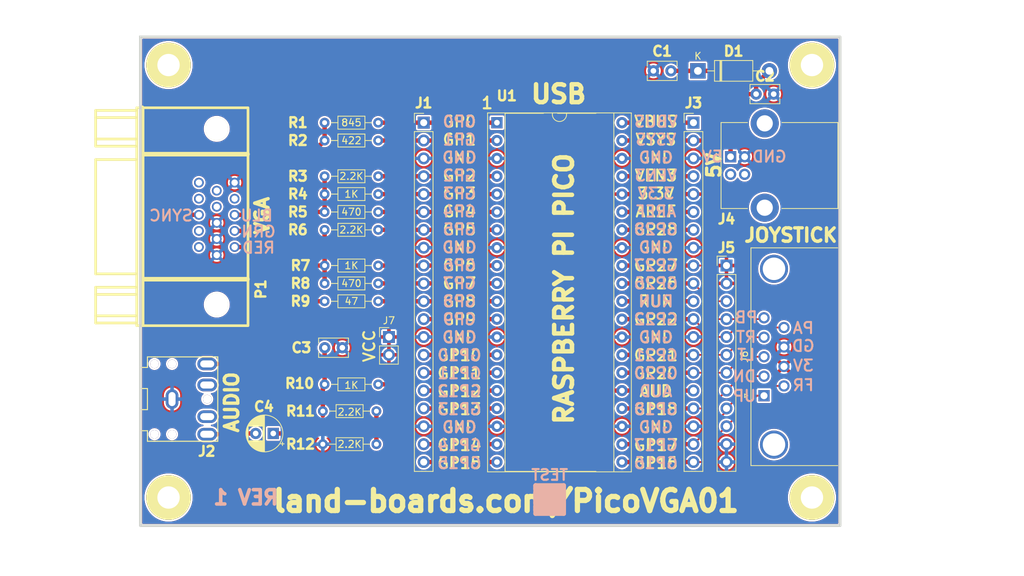
<source format=kicad_pcb>
(kicad_pcb (version 20211014) (generator pcbnew)
  (title_block (title "PicoVGA") (date "2022-07-16") (rev "1") (company "Land Boards, LLC"))
  (layers (0 "F.Cu" signal "Front") (31 "B.Cu" signal "Back") (36 "B.SilkS" user "B.Silkscreen") (37 "F.SilkS" user "F.Silkscreen") (38 "B.Mask" user) (39 "F.Mask" user) (44 "Edge.Cuts" user))
  (net 0 "")
  (net 1 "GND")
  (net 2 "/R4")
  (net 3 "/R3")
  (net 4 "/R2")
  (net 5 "/G5")
  (net 6 "/G4")
  (net 7 "/G3")
  (net 8 "/B4")
  (net 9 "/B3")
  (net 10 "/HS")
  (net 11 "Net-(C3-Pad1)")
  (net 12 "/AUDIO")
  (net 23 "/USB5V")
  (net 24 "/VSYS")
  (net 27 "/VBUS")
  (net 29 "Net-(C4-Pad1)")
  (net 30 "Net-(C4-Pad2)")
  (net 31 "/GP9")
  (net 32 "/GP10")
  (net 33 "/GP11")
  (net 34 "/GP12")
  (net 35 "/GP13")
  (net 36 "/GP14")
  (net 37 "/GP15")
  (net 38 "/VEN3")
  (net 39 "+3V3")
  (net 40 "/ADCREF")
  (net 41 "/GP28")
  (net 42 "/GP27")
  (net 43 "/GP26")
  (net 44 "/RUN")
  (net 45 "/GP22")
  (net 46 "/GP21")
  (net 47 "/GP20")
  (net 48 "/GP18")
  (net 49 "/GP17")
  (net 50 "/GP16")
  (net 51 "/RED")
  (net 52 "/GRN")
  (net 53 "/BLU")
  (net 54 "/CSY")
  (footprint "MTG-4-40" (layer "F.Cu") (at 79.406 154.906)
    (fp_text reference "MTG3" hide)
    (fp_text value "CONN_1" hide)
    (pad "1" thru_hole circle locked (at 0 0) (size 6.35 6.35) (drill 3.175) (layers *.Cu *.Mask "F.SilkS"))
  )
  (footprint "MTG-4-40" (layer "F.Cu") (at 170.906 154.906)
    (fp_text reference "MTG4" hide)
    (fp_text value "CONN_1" hide)
    (pad "1" thru_hole circle locked (at 0 0) (size 6.35 6.35) (drill 3.175) (layers *.Cu *.Mask "F.SilkS"))
  )
  (footprint "MTG-4-40" (layer "F.Cu") (at 170.906 93.406)
    (fp_text reference "MTG2" hide)
    (fp_text value "CONN_1" hide)
    (pad "1" thru_hole circle locked (at 0 0) (size 6.35 6.35) (drill 3.175) (layers *.Cu *.Mask "F.SilkS"))
  )
  (footprint "MTG-4-40" (layer "F.Cu") (at 79.406 93.406)
    (fp_text reference "MTG1" hide)
    (fp_text value "CONN_1" hide)
    (pad "1" thru_hole circle locked (at 0 0) (size 6.35 6.35) (drill 3.175) (layers *.Cu *.Mask "F.SilkS"))
  )
  (footprint "Connector_PinHeader_2.54mm:PinHeader_1x20_P2.54mm_Vertical" (layer "F.Cu") (at 115.692 101.6)
    (fp_text reference "J1" (at 0 -2.794) (layer "F.SilkS") (effects (font (size 1.397 1.397) (thickness 0.381))))
    (fp_text value "Conn_01x20")
    (pad "1" thru_hole rect (at 0 0) (size 1.7 1.7) (drill 1) (layers *.Cu *.Mask) (net 9 "/B3"))
    (pad "2" thru_hole oval (at 0 2.54) (size 1.7 1.7) (drill 1) (layers *.Cu *.Mask) (net 8 "/B4"))
    (pad "3" thru_hole oval (at 0 5.08) (size 1.7 1.7) (drill 1) (layers *.Cu *.Mask) (net 1 "GND"))
    (pad "4" thru_hole oval (at 0 7.62) (size 1.7 1.7) (drill 1) (layers *.Cu *.Mask) (net 7 "/G3"))
    (pad "5" thru_hole oval (at 0 10.16) (size 1.7 1.7) (drill 1) (layers *.Cu *.Mask) (net 6 "/G4"))
    (pad "6" thru_hole oval (at 0 12.7) (size 1.7 1.7) (drill 1) (layers *.Cu *.Mask) (net 5 "/G5"))
    (pad "7" thru_hole oval (at 0 15.24) (size 1.7 1.7) (drill 1) (layers *.Cu *.Mask) (net 4 "/R2"))
    (pad "8" thru_hole oval (at 0 17.78) (size 1.7 1.7) (drill 1) (layers *.Cu *.Mask) (net 1 "GND"))
    (pad "9" thru_hole oval (at 0 20.32) (size 1.7 1.7) (drill 1) (layers *.Cu *.Mask) (net 3 "/R3"))
    (pad "10" thru_hole oval (at 0 22.86) (size 1.7 1.7) (drill 1) (layers *.Cu *.Mask) (net 2 "/R4"))
    (pad "11" thru_hole oval (at 0 25.4) (size 1.7 1.7) (drill 1) (layers *.Cu *.Mask) (net 10 "/HS"))
    (pad "12" thru_hole oval (at 0 27.94) (size 1.7 1.7) (drill 1) (layers *.Cu *.Mask) (net 31 "/GP9"))
    (pad "13" thru_hole oval (at 0 30.48) (size 1.7 1.7) (drill 1) (layers *.Cu *.Mask) (net 1 "GND"))
    (pad "14" thru_hole oval (at 0 33.02) (size 1.7 1.7) (drill 1) (layers *.Cu *.Mask) (net 32 "/GP10"))
    (pad "15" thru_hole oval (at 0 35.56) (size 1.7 1.7) (drill 1) (layers *.Cu *.Mask) (net 33 "/GP11"))
    (pad "16" thru_hole oval (at 0 38.1) (size 1.7 1.7) (drill 1) (layers *.Cu *.Mask) (net 34 "/GP12"))
    (pad "17" thru_hole oval (at 0 40.64) (size 1.7 1.7) (drill 1) (layers *.Cu *.Mask) (net 35 "/GP13"))
    (pad "18" thru_hole oval (at 0 43.18) (size 1.7 1.7) (drill 1) (layers *.Cu *.Mask) (net 1 "GND"))
    (pad "19" thru_hole oval (at 0 45.72) (size 1.7 1.7) (drill 1) (layers *.Cu *.Mask) (net 36 "/GP14"))
    (pad "20" thru_hole oval (at 0 48.26) (size 1.7 1.7) (drill 1) (layers *.Cu *.Mask) (net 37 "/GP15"))
  )
  (footprint "LandBoards_Conns:DB_15F-VGA-fixed" (layer "F.Cu") (at 82.25175 114.97325 -90)
    (fp_text reference "P1" (at 10.3124 -10.287 90) (layer "F.SilkS") (effects (font (size 1.397 1.397) (thickness 0.381))))
    (fp_text value "VGA" hide)
    (fp_text user "RASPBERRY PI PICO" (at 10.24875 -53.38425 90) (layer "F.SilkS") (effects (font (size 2.54 2.54) (thickness 0.635))))
    (fp_text user "5V" (at -7.27725 -74.72025 90) (layer "F.SilkS") (effects (font (size 1.905 1.905) (thickness 0.47625))))
    (fp_text user "USB" (at -17.43725 -52.62225 180) (layer "F.SilkS") (effects (font (size 2.54 2.54) (thickness 0.635))))
    (fp_text user "VGA" (at -0.16525 -10.45825 90) (layer "F.SilkS") (effects (font (size 1.905 1.905) (thickness 0.47625))))
    (fp_text user "AUDIO" (at 26.37775 -6.14025 90) (layer "F.SilkS") (effects (font (size 1.905 1.905) (thickness 0.47625))))
    (fp_text user "JOYSTICK" (at 2.62875 -85.64225 180) (layer "F.SilkS") (effects (font (size 1.905 1.905) (thickness 0.47625))))
    (pad "" np_thru_hole circle locked (at -12.49426 -4.01066 270) (size 3.2 3.2) (drill 3.2) (layers *.Cu *.Mask "F.SilkS"))
    (pad "" np_thru_hole circle locked (at 12.49426 -4.01066 270) (size 3.2 3.2) (drill 3.2) (layers *.Cu *.Mask "F.SilkS"))
    (pad "1" thru_hole circle locked (at 4.31038 -6.55066 270) (size 1.397 1.397) (drill 0.9144) (layers *.Cu *.Mask) (net 51 "/RED"))
    (pad "2" thru_hole circle locked (at 2.0193 -6.55066 270) (size 1.397 1.397) (drill 0.9144) (layers *.Cu *.Mask) (net 52 "/GRN"))
    (pad "3" thru_hole circle locked (at -0.2667 -6.55066 270) (size 1.397 1.397) (drill 0.889) (layers *.Cu *.Mask) (net 53 "/BLU"))
    (pad "4" thru_hole circle locked (at -2.56032 -6.55066 270) (size 1.397 1.397) (drill 0.9144) (layers *.Cu *.Mask))
    (pad "5" thru_hole circle locked (at -4.84886 -6.55066 270) (size 1.397 1.397) (drill 0.9144) (layers *.Cu *.Mask) (net 1 "GND"))
    (pad "6" thru_hole circle locked (at 5.45592 -4.01066 270) (size 1.397 1.397) (drill 0.9144) (layers *.Cu *.Mask) (net 1 "GND"))
    (pad "7" thru_hole circle locked (at 3.16484 -4.01066 270) (size 1.397 1.397) (drill 0.9144) (layers *.Cu *.Mask) (net 1 "GND"))
    (pad "8" thru_hole circle locked (at 0.87376 -4.01066 270) (size 1.397 1.397) (drill 0.9144) (layers *.Cu *.Mask) (net 1 "GND"))
    (pad "9" thru_hole circle locked (at -1.41478 -4.01066 270) (size 1.397 1.397) (drill 0.9144) (layers *.Cu *.Mask))
    (pad "10" thru_hole circle locked (at -3.70586 -4.01066 270) (size 1.397 1.397) (drill 0.9144) (layers *.Cu *.Mask))
    (pad "11" thru_hole circle locked (at 4.31038 -1.47066 270) (size 1.397 1.397) (drill 0.9144) (layers *.Cu *.Mask))
    (pad "12" thru_hole circle locked (at 2.0193 -1.47066 270) (size 1.397 1.397) (drill 0.9144) (layers *.Cu *.Mask))
    (pad "13" thru_hole circle locked (at -0.26924 -1.4732 270) (size 1.397 1.397) (drill 0.9144) (layers *.Cu *.Mask) (net 54 "/CSY"))
    (pad "14" thru_hole circle locked (at -2.56032 -1.47066 270) (size 1.397 1.397) (drill 0.9144) (layers *.Cu *.Mask))
    (pad "15" thru_hole circle locked (at -4.84886 -1.47066 270) (size 1.397 1.397) (drill 0.9144) (layers *.Cu *.Mask))
  )
  (footprint "Resistor_THT:R_Axial_DIN0204_L3.6mm_D1.6mm_P7.62mm_Horizontal" (layer "F.Cu") (at 101.6 124.46)
    (fp_text reference "R8" (at -3.429 0) (layer "F.SilkS") (effects (font (size 1.397 1.397) (thickness 0.34925))))
    (fp_text value "470" (at 3.81 0) (layer "F.SilkS"))
    (pad "1" thru_hole circle (at 0 0) (size 1.4 1.4) (drill 0.7) (layers *.Cu *.Mask) (net 51 "/RED"))
    (pad "2" thru_hole oval (at 7.62 0) (size 1.4 1.4) (drill 0.7) (layers *.Cu *.Mask) (net 2 "/R4"))
  )
  (footprint "Resistor_THT:R_Axial_DIN0204_L3.6mm_D1.6mm_P7.62mm_Horizontal" (layer "F.Cu") (at 101.6 121.92)
    (fp_text reference "R7" (at -3.429 0) (layer "F.SilkS") (effects (font (size 1.397 1.397) (thickness 0.34925))))
    (fp_text value "1K" (at 3.81 0) (layer "F.SilkS"))
    (pad "1" thru_hole circle (at 0 0) (size 1.4 1.4) (drill 0.7) (layers *.Cu *.Mask) (net 51 "/RED"))
    (pad "2" thru_hole oval (at 7.62 0) (size 1.4 1.4) (drill 0.7) (layers *.Cu *.Mask) (net 3 "/R3"))
  )
  (footprint "Resistor_THT:R_Axial_DIN0204_L3.6mm_D1.6mm_P7.62mm_Horizontal" (layer "F.Cu") (at 101.6 116.84)
    (fp_text reference "R6" (at -3.81 0) (layer "F.SilkS") (effects (font (size 1.397 1.397) (thickness 0.34925))))
    (fp_text value "2.2K" (at 3.81 0) (layer "F.SilkS"))
    (pad "1" thru_hole circle (at 0 0) (size 1.4 1.4) (drill 0.7) (layers *.Cu *.Mask) (net 51 "/RED"))
    (pad "2" thru_hole oval (at 7.62 0) (size 1.4 1.4) (drill 0.7) (layers *.Cu *.Mask) (net 4 "/R2"))
  )
  (footprint "Resistor_THT:R_Axial_DIN0204_L3.6mm_D1.6mm_P7.62mm_Horizontal" (layer "F.Cu") (at 101.6 138.811)
    (fp_text reference "R10" (at -3.556 -0.127) (layer "F.SilkS") (effects (font (size 1.397 1.397) (thickness 0.381))))
    (fp_text value "1K" (at 3.81 0.127) (layer "F.SilkS"))
    (pad "1" thru_hole circle (at 0 0) (size 1.4 1.4) (drill 0.7) (layers *.Cu *.Mask) (net 11 "Net-(C3-Pad1)"))
    (pad "2" thru_hole oval (at 7.62 0) (size 1.4 1.4) (drill 0.7) (layers *.Cu *.Mask) (net 12 "/AUDIO"))
  )
  (footprint "Resistor_THT:R_Axial_DIN0204_L3.6mm_D1.6mm_P7.62mm_Horizontal" (layer "F.Cu") (at 101.6 114.3)
    (fp_text reference "R5" (at -3.81 0) (layer "F.SilkS") (effects (font (size 1.397 1.397) (thickness 0.34925))))
    (fp_text value "470" (at 3.81 0) (layer "F.SilkS"))
    (pad "1" thru_hole circle (at 0 0) (size 1.4 1.4) (drill 0.7) (layers *.Cu *.Mask) (net 52 "/GRN"))
    (pad "2" thru_hole oval (at 7.62 0) (size 1.4 1.4) (drill 0.7) (layers *.Cu *.Mask) (net 5 "/G5"))
  )
  (footprint "Resistor_THT:R_Axial_DIN0204_L3.6mm_D1.6mm_P7.62mm_Horizontal" (layer "F.Cu") (at 101.6 111.76)
    (fp_text reference "R4" (at -3.81 0) (layer "F.SilkS") (effects (font (size 1.397 1.397) (thickness 0.34925))))
    (fp_text value "1K" (at 3.81 0) (layer "F.SilkS"))
    (pad "1" thru_hole circle (at 0 0) (size 1.4 1.4) (drill 0.7) (layers *.Cu *.Mask) (net 52 "/GRN"))
    (pad "2" thru_hole oval (at 7.62 0) (size 1.4 1.4) (drill 0.7) (layers *.Cu *.Mask) (net 6 "/G4"))
  )
  (footprint "Resistor_THT:R_Axial_DIN0204_L3.6mm_D1.6mm_P7.62mm_Horizontal" (layer "F.Cu") (at 101.6 109.22)
    (fp_text reference "R3" (at -3.81 0) (layer "F.SilkS") (effects (font (size 1.397 1.397) (thickness 0.34925))))
    (fp_text value "2.2K" (at 3.81 0) (layer "F.SilkS"))
    (pad "1" thru_hole circle (at 0 0) (size 1.4 1.4) (drill 0.7) (layers *.Cu *.Mask) (net 52 "/GRN"))
    (pad "2" thru_hole oval (at 7.62 0) (size 1.4 1.4) (drill 0.7) (layers *.Cu *.Mask) (net 7 "/G3"))
  )
  (footprint "Resistor_THT:R_Axial_DIN0204_L3.6mm_D1.6mm_P7.62mm_Horizontal" (layer "F.Cu") (at 108.966 142.621 180)
    (fp_text reference "R11" (at 10.795 0 180) (layer "F.SilkS") (effects (font (size 1.397 1.397) (thickness 0.381))))
    (fp_text value "2.2K" (at 3.81 -0.127 180) (layer "F.SilkS"))
    (pad "1" thru_hole circle (at 0 0 180) (size 1.4 1.4) (drill 0.7) (layers *.Cu *.Mask) (net 29 "Net-(C4-Pad1)"))
    (pad "2" thru_hole oval (at 7.62 0 180) (size 1.4 1.4) (drill 0.7) (layers *.Cu *.Mask) (net 11 "Net-(C3-Pad1)"))
  )
  (footprint "Resistor_THT:R_Axial_DIN0204_L3.6mm_D1.6mm_P7.62mm_Horizontal" (layer "F.Cu") (at 108.966 147.32 180)
    (fp_text reference "R12" (at 10.795 0 180) (layer "F.SilkS") (effects (font (size 1.397 1.397) (thickness 0.381))))
    (fp_text value "2.2K" (at 3.81 0 180) (layer "F.SilkS"))
    (pad "1" thru_hole circle (at 0 0 180) (size 1.4 1.4) (drill 0.7) (layers *.Cu *.Mask) (net 29 "Net-(C4-Pad1)"))
    (pad "2" thru_hole oval (at 7.62 0 180) (size 1.4 1.4) (drill 0.7) (layers *.Cu *.Mask) (net 1 "GND"))
  )
  (footprint "Resistor_THT:R_Axial_DIN0204_L3.6mm_D1.6mm_P7.62mm_Horizontal" (layer "F.Cu") (at 101.6 104.14)
    (fp_text reference "R2" (at -3.81 0) (layer "F.SilkS") (effects (font (size 1.397 1.397) (thickness 0.34925))))
    (fp_text value "422" (at 3.81 0) (layer "F.SilkS"))
    (pad "1" thru_hole circle (at 0 0) (size 1.4 1.4) (drill 0.7) (layers *.Cu *.Mask) (net 53 "/BLU"))
    (pad "2" thru_hole oval (at 7.62 0) (size 1.4 1.4) (drill 0.7) (layers *.Cu *.Mask) (net 8 "/B4"))
  )
  (footprint "Resistor_THT:R_Axial_DIN0204_L3.6mm_D1.6mm_P7.62mm_Horizontal" (layer "F.Cu") (at 101.6 101.6)
    (fp_text reference "R1" (at -3.81 0) (layer "F.SilkS") (effects (font (size 1.397 1.397) (thickness 0.34925))))
    (fp_text value "845" (at 3.81 0) (layer "F.SilkS"))
    (pad "1" thru_hole circle (at 0 0) (size 1.4 1.4) (drill 0.7) (layers *.Cu *.Mask) (net 53 "/BLU"))
    (pad "2" thru_hole oval (at 7.62 0) (size 1.4 1.4) (drill 0.7) (layers *.Cu *.Mask) (net 9 "/B3"))
  )
  (footprint "Diode_THT:D_DO-41_SOD81_P10.16mm_Horizontal" (layer "F.Cu") (at 154.686 94.234)
    (fp_text reference "D1" (at 5.08 -2.794 180) (layer "F.SilkS") (effects (font (size 1.397 1.397) (thickness 0.381))))
    (fp_text value "1N5819")
    (fp_text user "K" (at 0 -2.1) (layer "F.SilkS"))
    (pad "1" thru_hole rect (at 0 0) (size 2.2 2.2) (drill 1.1) (layers *.Cu *.Mask) (net 24 "/VSYS"))
    (pad "2" thru_hole oval (at 10.16 0) (size 2.2 2.2) (drill 1.1) (layers *.Cu *.Mask) (net 23 "/USB5V"))
  )
  (footprint "Capacitor_THT:C_Rect_L4.0mm_W2.5mm_P2.50mm" (layer "F.Cu") (at 162.961 97.536)
    (fp_text reference "C2" (at 1.25 -2.54) (layer "F.SilkS") (effects (font (size 1.397 1.397) (thickness 0.381))))
    (fp_text value "0.1uF")
    (pad "1" thru_hole circle (at 0 0) (size 1.6 1.6) (drill 0.8) (layers *.Cu *.Mask) (net 23 "/USB5V"))
    (pad "2" thru_hole circle (at 2.5 0) (size 1.6 1.6) (drill 0.8) (layers *.Cu *.Mask) (net 1 "GND"))
  )
  (footprint "Connector_PinHeader_2.54mm:PinHeader_1x02_P2.54mm_Vertical" (layer "F.Cu") (at 110.744 132.075)
    (fp_text reference "J7" (at 0 -2.33) (layer "F.SilkS"))
    (fp_text value "Conn_01x02")
    (pad "1" thru_hole rect (at 0 0) (size 1.7 1.7) (drill 1) (layers *.Cu *.Mask) (net 39 "+3V3"))
    (pad "2" thru_hole oval (at 0 2.54) (size 1.7 1.7) (drill 1) (layers *.Cu *.Mask) (net 39 "+3V3"))
  )
  (footprint "Connector_PinHeader_2.54mm:PinHeader_1x20_P2.54mm_Vertical" (layer "F.Cu") (at 154.051 101.6)
    (fp_text reference "J3" (at 0 -2.794) (layer "F.SilkS") (effects (font (size 1.397 1.397) (thickness 0.381))))
    (fp_text value "Conn_01x20")
    (pad "1" thru_hole rect (at 0 0) (size 1.7 1.7) (drill 1) (layers *.Cu *.Mask) (net 27 "/VBUS"))
    (pad "2" thru_hole oval (at 0 2.54) (size 1.7 1.7) (drill 1) (layers *.Cu *.Mask) (net 24 "/VSYS"))
    (pad "3" thru_hole oval (at 0 5.08) (size 1.7 1.7) (drill 1) (layers *.Cu *.Mask) (net 1 "GND"))
    (pad "4" thru_hole oval (at 0 7.62) (size 1.7 1.7) (drill 1) (layers *.Cu *.Mask) (net 38 "/VEN3"))
    (pad "5" thru_hole oval (at 0 10.16) (size 1.7 1.7) (drill 1) (layers *.Cu *.Mask) (net 39 "+3V3"))
    (pad "6" thru_hole oval (at 0 12.7) (size 1.7 1.7) (drill 1) (layers *.Cu *.Mask) (net 40 "/ADCREF"))
    (pad "7" thru_hole oval (at 0 15.24) (size 1.7 1.7) (drill 1) (layers *.Cu *.Mask) (net 41 "/GP28"))
    (pad "8" thru_hole oval (at 0 17.78) (size 1.7 1.7) (drill 1) (layers *.Cu *.Mask) (net 1 "GND"))
    (pad "9" thru_hole oval (at 0 20.32) (size 1.7 1.7) (drill 1) (layers *.Cu *.Mask) (net 42 "/GP27"))
    (pad "10" thru_hole oval (at 0 22.86) (size 1.7 1.7) (drill 1) (layers *.Cu *.Mask) (net 43 "/GP26"))
    (pad "11" thru_hole oval (at 0 25.4) (size 1.7 1.7) (drill 1) (layers *.Cu *.Mask) (net 44 "/RUN"))
    (pad "12" thru_hole oval (at 0 27.94) (size 1.7 1.7) (drill 1) (layers *.Cu *.Mask) (net 45 "/GP22"))
    (pad "13" thru_hole oval (at 0 30.48) (size 1.7 1.7) (drill 1) (layers *.Cu *.Mask) (net 1 "GND"))
    (pad "14" thru_hole oval (at 0 33.02) (size 1.7 1.7) (drill 1) (layers *.Cu *.Mask) (net 46 "/GP21"))
    (pad "15" thru_hole oval (at 0 35.56) (size 1.7 1.7) (drill 1) (layers *.Cu *.Mask) (net 47 "/GP20"))
    (pad "16" thru_hole oval (at 0 38.1) (size 1.7 1.7) (drill 1) (layers *.Cu *.Mask) (net 12 "/AUDIO"))
    (pad "17" thru_hole oval (at 0 40.64) (size 1.7 1.7) (drill 1) (layers *.Cu *.Mask) (net 48 "/GP18"))
    (pad "18" thru_hole oval (at 0 43.18) (size 1.7 1.7) (drill 1) (layers *.Cu *.Mask) (net 1 "GND"))
    (pad "19" thru_hole oval (at 0 45.72) (size 1.7 1.7) (drill 1) (layers *.Cu *.Mask) (net 49 "/GP17"))
    (pad "20" thru_hole oval (at 0 48.26) (size 1.7 1.7) (drill 1) (layers *.Cu *.Mask) (net 50 "/GP16"))
  )
  (footprint "Resistor_THT:R_Axial_DIN0204_L3.6mm_D1.6mm_P7.62mm_Horizontal" (layer "F.Cu") (at 101.6 127)
    (fp_text reference "R9" (at -3.429 0) (layer "F.SilkS") (effects (font (size 1.397 1.397) (thickness 0.34925))))
    (fp_text value "47" (at 3.81 0) (layer "F.SilkS"))
    (pad "1" thru_hole circle (at 0 0) (size 1.4 1.4) (drill 0.7) (layers *.Cu *.Mask) (net 54 "/CSY"))
    (pad "2" thru_hole oval (at 7.62 0) (size 1.4 1.4) (drill 0.7) (layers *.Cu *.Mask) (net 10 "/HS"))
  )
  (footprint "LandBoards_BoardOutlines:RasPiPico" (layer "F.Cu") (at 126.106 101.6)
    (fp_text reference "U1" (at 1.402 -3.81 -180) (layer "F.SilkS") (effects (font (size 1.397 1.397) (thickness 0.381))))
    (fp_text value "RPi-PICO" hide)
    (fp_text user "1" (at -1.392 -2.794 unlocked) (layer "F.SilkS") (effects (font (size 1.651 1.651) (thickness 0.3048))))
    (pad "1" thru_hole rect (at 0 0) (size 1.6 1.6) (drill 0.8) (layers *.Cu *.Mask) (net 9 "/B3"))
    (pad "2" thru_hole oval (at 0 2.54) (size 1.6 1.6) (drill 0.8) (layers *.Cu *.Mask) (net 8 "/B4"))
    (pad "3" thru_hole oval (at 0 5.08) (size 1.6 1.6) (drill 0.8) (layers *.Cu *.Mask) (net 1 "GND"))
    (pad "4" thru_hole oval (at 0 7.62) (size 1.6 1.6) (drill 0.8) (layers *.Cu *.Mask) (net 7 "/G3"))
    (pad "5" thru_hole oval (at 0 10.16) (size 1.6 1.6) (drill 0.8) (layers *.Cu *.Mask) (net 6 "/G4"))
    (pad "6" thru_hole oval (at 0 12.7) (size 1.6 1.6) (drill 0.8) (layers *.Cu *.Mask) (net 5 "/G5"))
    (pad "7" thru_hole oval (at 0 15.24) (size 1.6 1.6) (drill 0.8) (layers *.Cu *.Mask) (net 4 "/R2"))
    (pad "8" thru_hole oval (at 0 17.78) (size 1.6 1.6) (drill 0.8) (layers *.Cu *.Mask) (net 1 "GND"))
    (pad "9" thru_hole oval (at 0 20.32) (size 1.6 1.6) (drill 0.8) (layers *.Cu *.Mask) (net 3 "/R3"))
    (pad "10" thru_hole oval (at 0 22.86) (size 1.6 1.6) (drill 0.8) (layers *.Cu *.Mask) (net 2 "/R4"))
    (pad "11" thru_hole oval (at 0 25.4) (size 1.6 1.6) (drill 0.8) (layers *.Cu *.Mask) (net 10 "/HS"))
    (pad "12" thru_hole oval (at 0 27.94) (size 1.6 1.6) (drill 0.8) (layers *.Cu *.Mask) (net 31 "/GP9"))
    (pad "13" thru_hole oval (at 0 30.48) (size 1.6 1.6) (drill 0.8) (layers *.Cu *.Mask) (net 1 "GND"))
    (pad "14" thru_hole oval (at 0 33.02) (size 1.6 1.6) (drill 0.8) (layers *.Cu *.Mask) (net 32 "/GP10"))
    (pad "15" thru_hole oval (at 0 35.56) (size 1.6 1.6) (drill 0.8) (layers *.Cu *.Mask) (net 33 "/GP11"))
    (pad "16" thru_hole oval (at 0 38.1) (size 1.6 1.6) (drill 0.8) (layers *.Cu *.Mask) (net 34 "/GP12"))
    (pad "17" thru_hole oval (at 0 40.64) (size 1.6 1.6) (drill 0.8) (layers *.Cu *.Mask) (net 35 "/GP13"))
    (pad "18" thru_hole oval (at 0 43.18) (size 1.6 1.6) (drill 0.8) (layers *.Cu *.Mask) (net 1 "GND"))
    (pad "19" thru_hole oval (at 0 45.72) (size 1.6 1.6) (drill 0.8) (layers *.Cu *.Mask) (net 36 "/GP14"))
    (pad "20" thru_hole oval (at 0 48.26) (size 1.6 1.6) (drill 0.8) (layers *.Cu *.Mask) (net 37 "/GP15"))
    (pad "21" thru_hole oval (at 17.78 48.26) (size 1.6 1.6) (drill 0.8) (layers *.Cu *.Mask) (net 50 "/GP16"))
    (pad "22" thru_hole oval (at 17.78 45.72) (size 1.6 1.6) (drill 0.8) (layers *.Cu *.Mask) (net 49 "/GP17"))
    (pad "23" thru_hole oval (at 17.78 43.18) (size 1.6 1.6) (drill 0.8) (layers *.Cu *.Mask) (net 1 "GND"))
    (pad "24" thru_hole oval (at 17.78 40.64) (size 1.6 1.6) (drill 0.8) (layers *.Cu *.Mask) (net 48 "/GP18"))
    (pad "25" thru_hole oval (at 17.78 38.1) (size 1.6 1.6) (drill 0.8) (layers *.Cu *.Mask) (net 12 "/AUDIO"))
    (pad "26" thru_hole oval (at 17.78 35.56) (size 1.6 1.6) (drill 0.8) (layers *.Cu *.Mask) (net 47 "/GP20"))
    (pad "27" thru_hole oval (at 17.78 33.02) (size 1.6 1.6) (drill 0.8) (layers *.Cu *.Mask) (net 46 "/GP21"))
    (pad "28" thru_hole oval (at 17.78 30.48) (size 1.6 1.6) (drill 0.8) (layers *.Cu *.Mask) (net 1 "GND"))
    (pad "29" thru_hole oval (at 17.78 27.94) (size 1.6 1.6) (drill 0.8) (layers *.Cu *.Mask) (net 45 "/GP22"))
    (pad "30" thru_hole oval (at 17.78 25.4) (size 1.6 1.6) (drill 0.8) (layers *.Cu *.Mask) (net 44 "/RUN"))
    (pad "31" thru_hole oval (at 17.78 22.86) (size 1.6 1.6) (drill 0.8) (layers *.Cu *.Mask) (net 43 "/GP26"))
    (pad "32" thru_hole oval (at 17.78 20.32) (size 1.6 1.6) (drill 0.8) (layers *.Cu *.Mask) (net 42 "/GP27"))
    (pad "33" thru_hole oval (at 17.78 17.78) (size 1.6 1.6) (drill 0.8) (layers *.Cu *.Mask) (net 1 "GND"))
    (pad "34" thru_hole oval (at 17.78 15.24) (size 1.6 1.6) (drill 0.8) (layers *.Cu *.Mask) (net 41 "/GP28"))
    (pad "35" thru_hole oval (at 17.78 12.7) (size 1.6 1.6) (drill 0.8) (layers *.Cu *.Mask) (net 40 "/ADCREF"))
    (pad "36" thru_hole oval (at 17.78 10.16) (size 1.6 1.6) (drill 0.8) (layers *.Cu *.Mask) (net 39 "+3V3"))
    (pad "37" thru_hole oval (at 17.78 7.62) (size 1.6 1.6) (drill 0.8) (layers *.Cu *.Mask) (net 38 "/VEN3"))
    (pad "38" thru_hole oval (at 17.78 5.08) (size 1.6 1.6) (drill 0.8) (layers *.Cu *.Mask) (net 1 "GND"))
    (pad "39" thru_hole oval (at 17.78 2.54) (size 1.6 1.6) (drill 0.8) (layers *.Cu *.Mask) (net 24 "/VSYS"))
    (pad "40" thru_hole oval (at 17.78 0) (size 1.6 1.6) (drill 0.8) (layers *.Cu *.Mask) (net 27 "/VBUS"))
  )
  (footprint "Connector_PinHeader_2.54mm:PinHeader_1x12_P2.54mm_Vertical" (layer "F.Cu") (at 158.75 121.915)
    (fp_text reference "J5" (at 0 -2.535) (layer "F.SilkS") (effects (font (size 1.397 1.397) (thickness 0.34925))))
    (fp_text value "JoyPad")
    (pad "1" thru_hole rect (at 0 0) (size 1.7 1.7) (drill 1) (layers *.Cu *.Mask) (net 39 "+3V3"))
    (pad "2" thru_hole oval (at 0 2.54) (size 1.7 1.7) (drill 1) (layers *.Cu *.Mask) (net 39 "+3V3"))
    (pad "3" thru_hole oval (at 0 5.08) (size 1.7 1.7) (drill 1) (layers *.Cu *.Mask) (net 42 "/GP27"))
    (pad "4" thru_hole oval (at 0 7.62) (size 1.7 1.7) (drill 1) (layers *.Cu *.Mask) (net 43 "/GP26"))
    (pad "5" thru_hole oval (at 0 10.16) (size 1.7 1.7) (drill 1) (layers *.Cu *.Mask) (net 45 "/GP22"))
    (pad "6" thru_hole oval (at 0 12.7) (size 1.7 1.7) (drill 1) (layers *.Cu *.Mask) (net 46 "/GP21"))
    (pad "7" thru_hole oval (at 0 15.24) (size 1.7 1.7) (drill 1) (layers *.Cu *.Mask) (net 47 "/GP20"))
    (pad "8" thru_hole oval (at 0 17.78) (size 1.7 1.7) (drill 1) (layers *.Cu *.Mask) (net 48 "/GP18"))
    (pad "9" thru_hole oval (at 0 20.32) (size 1.7 1.7) (drill 1) (layers *.Cu *.Mask) (net 49 "/GP17"))
    (pad "10" thru_hole oval (at 0 22.86) (size 1.7 1.7) (drill 1) (layers *.Cu *.Mask) (net 50 "/GP16"))
    (pad "11" thru_hole oval (at 0 25.4) (size 1.7 1.7) (drill 1) (layers *.Cu *.Mask) (net 1 "GND"))
    (pad "12" thru_hole oval (at 0 27.94) (size 1.7 1.7) (drill 1) (layers *.Cu *.Mask) (net 1 "GND"))
  )
  (footprint "Capacitor_THT:C_Rect_L4.0mm_W2.5mm_P2.50mm" (layer "F.Cu") (at 150.856 94.234 180)
    (fp_text reference "C1" (at 1.25 2.794) (layer "F.SilkS") (effects (font (size 1.397 1.397) (thickness 0.381))))
    (fp_text value "0.1uF")
    (pad "1" thru_hole circle (at 0 0 180) (size 1.6 1.6) (drill 0.8) (layers *.Cu *.Mask) (net 24 "/VSYS"))
    (pad "2" thru_hole circle (at 2.5 0 180) (size 1.6 1.6) (drill 0.8) (layers *.Cu *.Mask) (net 1 "GND"))
  )
  (footprint "Capacitor_THT:CP_Radial_D5.0mm_P2.50mm" (layer "F.Cu") (at 94.296113 145.796 180)
    (fp_text reference "C4" (at 1.332113 3.81) (layer "F.SilkS") (effects (font (size 1.397 1.397) (thickness 0.381))))
    (fp_text value "47uF")
    (pad "1" thru_hole rect (at 0 0 180) (size 1.6 1.6) (drill 0.8) (layers *.Cu *.Mask) (net 29 "Net-(C4-Pad1)"))
    (pad "2" thru_hole circle (at 2.5 0 180) (size 1.6 1.6) (drill 0.8) (layers *.Cu *.Mask) (net 30 "Net-(C4-Pad2)"))
  )
  (footprint "Capacitor_THT:C_Rect_L4.0mm_W2.5mm_P2.50mm" (layer "F.Cu") (at 101.62 133.604)
    (fp_text reference "C3" (at -3.322 0 180) (layer "F.SilkS") (effects (font (size 1.397 1.397) (thickness 0.381))))
    (fp_text value "47nF")
    (pad "1" thru_hole circle (at 0 0) (size 1.6 1.6) (drill 0.8) (layers *.Cu *.Mask) (net 11 "Net-(C3-Pad1)"))
    (pad "2" thru_hole circle (at 2.5 0) (size 1.6 1.6) (drill 0.8) (layers *.Cu *.Mask) (net 1 "GND"))
  )
  (footprint "LandBoards_Marking:TEST_BLK-REAR" (layer "F.Cu") (at 133.604 155.194)
    (fp_text reference "TEST" (at 0 -3.5) (layer "B.SilkS") (effects (font (size 1.524 1.524) (thickness 0.3048)) (justify mirror)))
    (fp_text value "COUPON" hide)
  )
  (footprint "Connector_USB:USB_B_Lumberg_2411_02_Horizontal" (layer "F.Cu") (at 159.3285 106.446)
    (fp_text reference "J4" (at -0.5785 8.87) (layer "F.SilkS") (effects (font (size 1.397 1.397) (thickness 0.381))))
    (fp_text value "USB-B")
    (pad "1" thru_hole rect (at 0 0 90) (size 1.6 1.6) (drill 0.95) (layers *.Cu *.Mask) (net 23 "/USB5V"))
    (pad "2" thru_hole circle (at 0 2.5 90) (size 1.6 1.6) (drill 0.95) (layers *.Cu *.Mask))
    (pad "3" thru_hole circle (at 2 2.5 90) (size 1.6 1.6) (drill 0.95) (layers *.Cu *.Mask))
    (pad "4" thru_hole circle (at 2 0 90) (size 1.6 1.6) (drill 0.95) (layers *.Cu *.Mask) (net 1 "GND"))
    (pad "5" thru_hole circle (at 4.86 -4.75 90) (size 4 4) (drill 2.3) (layers *.Cu *.Mask))
    (pad "5" thru_hole circle (at 4.86 7.25 90) (size 4 4) (drill 2.3) (layers *.Cu *.Mask))
  )
  (footprint "Connector_Dsub:DSUB-9_Male_Horizontal_P2.77x2.84mm_EdgePinOffset7.70mm_Housed_MountingHolesOffset9.12mm" (layer "F.Cu") (at 164.084 140.424 90)
    (fp_text reference "J6" (at 5.54 -2.8 90) (layer "F.SilkS"))
    (fp_text value "M09H")
    (pad "0" thru_hole circle (at 18.04 1.42 90) (size 4 4) (drill 3.2) (layers *.Cu *.Mask))
    (pad "0" thru_hole circle (at -6.96 1.42 90) (size 4 4) (drill 3.2) (layers *.Cu *.Mask))
    (pad "1" thru_hole rect (at 0 0 90) (size 1.6 1.6) (drill 1) (layers *.Cu *.Mask) (net 50 "/GP16"))
    (pad "2" thru_hole circle (at 2.77 0 90) (size 1.6 1.6) (drill 1) (layers *.Cu *.Mask) (net 48 "/GP18"))
    (pad "3" thru_hole circle (at 5.54 0 90) (size 1.6 1.6) (drill 1) (layers *.Cu *.Mask) (net 47 "/GP20"))
    (pad "4" thru_hole circle (at 8.31 0 90) (size 1.6 1.6) (drill 1) (layers *.Cu *.Mask) (net 46 "/GP21"))
    (pad "5" thru_hole circle (at 11.08 0 90) (size 1.6 1.6) (drill 1) (layers *.Cu *.Mask) (net 43 "/GP26"))
    (pad "6" thru_hole circle (at 1.385 2.84 90) (size 1.6 1.6) (drill 1) (layers *.Cu *.Mask) (net 49 "/GP17"))
    (pad "7" thru_hole circle (at 4.155 2.84 90) (size 1.6 1.6) (drill 1) (layers *.Cu *.Mask) (net 39 "+3V3"))
    (pad "8" thru_hole circle (at 6.925 2.84 90) (size 1.6 1.6) (drill 1) (layers *.Cu *.Mask) (net 1 "GND"))
    (pad "9" thru_hole circle (at 9.695 2.84 90) (size 1.6 1.6) (drill 1) (layers *.Cu *.Mask) (net 45 "/GP22"))
  )
  (footprint "LandBoards_Conns:Jack_3.5mm_CUI_SJ1-3523N_Horizontal" (layer "F.Cu") (at 79.906 140.906 90)
    (fp_text reference "J2" (at -7.43 4.93 180) (layer "F.SilkS") (effects (font (size 1.397 1.397) (thickness 0.381))))
    (fp_text value "AudioJack3" hide)
    (pad "90" thru_hole circle (at -5 0 90) (size 1.2 1.2) (drill 1.2) (layers *.Cu *.Mask))
    (pad "90" thru_hole circle (at 5 -2.5 90) (size 1.2 1.2) (drill 1.2) (layers *.Cu *.Mask))
    (pad "90" thru_hole circle (at 5 0 90) (size 1.2 1.2) (drill 1.2) (layers *.Cu *.Mask))
    (pad "90" thru_hole circle (at -5 -2.5 90) (size 1.2 1.2) (drill 1.2) (layers *.Cu *.Mask))
    (pad "90" thru_hole circle (at 0 5 90) (size 1.2 1.2) (drill 1.2) (layers *.Cu *.Mask))
    (pad "R" thru_hole oval (at 5 5 180) (size 2.8 1.8) (drill oval 2 1) (layers *.Cu *.Mask) (net 30 "Net-(C4-Pad2)"))
    (pad "RN" thru_hole oval (at 2 5 180) (size 2.8 1.8) (drill oval 2 1) (layers *.Cu *.Mask))
    (pad "S" thru_hole oval (at 0 0 90) (size 2.8 1.8) (drill oval 2 1) (layers *.Cu *.Mask) (net 1 "GND"))
    (pad "T" thru_hole oval (at -5 5 180) (size 2.8 1.8) (drill oval 2 1) (layers *.Cu *.Mask) (net 30 "Net-(C4-Pad2)"))
    (pad "TN" thru_hole oval (at -2.5 5 180) (size 2.8 1.8) (drill oval 2 1) (layers *.Cu *.Mask))
  )
  (gr_rect (start 75.406 89.406) (end 174.906 158.906) (layer "Edge.Cuts") (width 0.381) (fill none))
  (gr_text "LT" (at 161.544 134.62) (layer "B.SilkS") (effects (font (size 1.5875 1.5875) (thickness 0.28575)) (justify mirror)))
  (gr_text "GD" (at 169.672 133.35) (layer "B.SilkS") (effects (font (size 1.5875 1.5875) (thickness 0.28575)) (justify mirror)))
  (gr_text "GP0\nGP1\nGND\nGP2\nGP3\nGP4\nGP5\nGND\nGP6\nGP7\nGP8\nGP9\nGND\nGP10\nGP11\nGP12\nGP13\nGND\nGP14\nGP15" (at 120.772 125.73) (layer "B.SilkS") (effects (font (size 1.5875 1.5875) (thickness 0.28575)) (justify mirror)))
  (gr_text "PB" (at 161.544 129.286) (layer "B.SilkS") (effects (font (size 1.5875 1.5875) (thickness 0.28575)) (justify mirror)))
  (gr_text "REV 1" (at 90.406 154.906) (layer "B.SilkS") (effects (font (size 2.032 2.032) (thickness 0.508)) (justify mirror)))
  (gr_text "VBUS\nVSYS\nGND\nVEN3\n3.3V\nAREF\nGP28\nGND\nGP27\nGP26\nRUN\nGP22\nGND\nGP21\nGP20\nAUD\nGP18\nGND\nGP17\nGP16" (at 148.712 125.73) (layer "B.SilkS") (effects (font (size 1.5875 1.5875) (thickness 0.28575)) (justify mirror)))
  (gr_text "SYNC" (at 79.756 114.808) (layer "B.SilkS") (effects (font (size 1.5875 1.5875) (thickness 0.28575)) (justify mirror)))
  (gr_text "RT" (at 161.544 132.08) (layer "B.SilkS") (effects (font (size 1.5875 1.5875) (thickness 0.28575)) (justify mirror)))
  (gr_text "FR" (at 169.672 138.938) (layer "B.SilkS") (effects (font (size 1.5875 1.5875) (thickness 0.28575)) (justify mirror)))
  (gr_text "DN" (at 161.29 137.668) (layer "B.SilkS") (effects (font (size 1.5875 1.5875) (thickness 0.28575)) (justify mirror)))
  (gr_text "GND" (at 164.846 106.426) (layer "B.SilkS") (effects (font (size 1.5875 1.5875) (thickness 0.28575)) (justify mirror)))
  (gr_text "5V" (at 156.718 106.426) (layer "B.SilkS") (effects (font (size 1.5875 1.5875) (thickness 0.28575)) (justify mirror)))
  (gr_text "GRN" (at 92.202 117.094) (layer "B.SilkS") (effects (font (size 1.5875 1.5875) (thickness 0.28575)) (justify mirror)))
  (gr_text "UP" (at 161.29 140.462) (layer "B.SilkS") (effects (font (size 1.5875 1.5875) (thickness 0.28575)) (justify mirror)))
  (gr_text "BLU" (at 91.948 114.808) (layer "B.SilkS") (effects (font (size 1.5875 1.5875) (thickness 0.28575)) (justify mirror)))
  (gr_text "3V" (at 169.672 136.144) (layer "B.SilkS") (effects (font (size 1.5875 1.5875) (thickness 0.28575)) (justify mirror)))
  (gr_text "PA" (at 169.672 130.81) (layer "B.SilkS") (effects (font (size 1.5875 1.5875) (thickness 0.28575)) (justify mirror)))
  (gr_text "RED" (at 92.202 119.38) (layer "B.SilkS") (effects (font (size 1.5875 1.5875) (thickness 0.28575)) (justify mirror)))
  (gr_text "VBUS\nVSYS\nGND\nVEN3\n3.3V\nAREF\nGP28\nGND\nGP27\nGP26\nRUN\nGP22\nGND\nGP21\nGP20\nAUD\nGP18\nGND\nGP17\nGP16" (at 148.712 125.73) (layer "F.SilkS") (effects (font (size 1.5875 1.5875) (thickness 0.28575))))
  (gr_text "GP0\nGP1\nGND\nGP2\nGP3\nGP4\nGP5\nGND\nGP6\nGP7\nGP8\nGP9\nGND\nGP10\nGP11\nGP12\nGP13\nGND\nGP14\nGP15" (at 120.772 125.73) (layer "F.SilkS") (effects (font (size 1.5875 1.5875) (thickness 0.28575))))
  (gr_text "VCC" (at 107.95 133.35 90) (layer "F.SilkS") (effects (font (size 1.5875 1.5875) (thickness 0.28575))))
  (gr_text "land-boards.com/PicoVGA01" (at 127.406 155.406) (layer "F.SilkS") (effects (font (size 3 3) (thickness 0.75))))
  (segment (start 109.22 124.46) (end 126.106 124.46) (width 0.635) (layer "F.Cu") (net 2))
  (segment (start 109.22 121.92) (end 126.106 121.92) (width 0.635) (layer "F.Cu") (net 3))
  (segment (start 109.22 116.84) (end 126.106 116.84) (width 0.635) (layer "F.Cu") (net 4))
  (segment (start 109.22 114.3) (end 126.106 114.3) (width 0.635) (layer "F.Cu") (net 5))
  (segment (start 109.22 111.76) (end 126.106 111.76) (width 0.635) (layer "F.Cu") (net 6))
  (segment (start 109.22 109.22) (end 126.106 109.22) (width 0.635) (layer "F.Cu") (net 7))
  (segment (start 109.22 104.14) (end 126.106 104.14) (width 0.635) (layer "F.Cu") (net 8))
  (segment (start 109.22 101.6) (end 126.106 101.6) (width 0.635) (layer "F.Cu") (net 9))
  (segment (start 109.22 127) (end 126.106 127) (width 0.635) (layer "F.Cu") (net 10))
  (segment (start 101.6 138.811) (end 101.6 133.624) (width 0.635) (layer "F.Cu") (net 11))
  (segment (start 101.6 133.624) (end 101.62 133.604) (width 0.635) (layer "F.Cu") (net 11))
  (segment (start 101.346 139.065) (end 101.6 138.811) (width 0.635) (layer "F.Cu") (net 11))
  (segment (start 101.346 143.256) (end 101.346 139.065) (width 0.635) (layer "F.Cu") (net 11))
  (segment (start 113.244511 138.469489) (end 130.341489 138.469489) (width 0.254) (layer "F.Cu") (net 12))
  (segment (start 131.572 139.7) (end 130.341489 138.469489) (width 0.635) (layer "F.Cu") (net 12))
  (segment (start 153.157 139.7) (end 143.886 139.7) (width 0.635) (layer "F.Cu") (net 12))
  (segment (start 143.886 139.7) (end 131.572 139.7) (width 0.635) (layer "F.Cu") (net 12))
  (segment (start 109.22 138.811) (end 112.903 138.811) (width 0.635) (layer "F.Cu") (net 12))
  (segment (start 112.903 138.811) (end 113.244511 138.469489) (width 0.254) (layer "F.Cu") (net 12))
  (segment (start 160.161 97.536) (end 159.3285 98.3685) (width 0.635) (layer "F.Cu") (net 23))
  (segment (start 162.961 97.536) (end 162.961 96.119) (width 0.635) (layer "F.Cu") (net 23))
  (segment (start 162.961 96.119) (end 164.846 94.234) (width 0.635) (layer "F.Cu") (net 23))
  (segment (start 159.3285 106.446) (end 159.3285 98.3685) (width 0.635) (layer "F.Cu") (net 23))
  (segment (start 162.961 97.536) (end 160.161 97.536) (width 0.635) (layer "F.Cu") (net 23))
  (segment (start 157.48 103.378) (end 157.48 94.996) (width 0.635) (layer "F.Cu") (net 24))
  (segment (start 154.051 104.14) (end 156.718 104.14) (width 0.635) (layer "F.Cu") (net 24))
  (segment (start 143.886 104.14) (end 153.157 104.14) (width 0.635) (layer "F.Cu") (net 24))
  (segment (start 156.718 104.14) (end 157.48 103.378) (width 0.635) (layer "F.Cu") (net 24))
  (segment (start 157.48 94.996) (end 156.718 94.234) (width 0.635) (layer "F.Cu") (net 24))
  (segment (start 150.856 94.234) (end 154.686 94.234) (width 0.635) (layer "F.Cu") (net 24))
  (segment (start 156.718 94.234) (end 154.686 94.234) (width 0.635) (layer "F.Cu") (net 24))
  (segment (start 143.886 101.6) (end 153.157 101.6) (width 0.635) (layer "F.Cu") (net 27))
  (segment (start 94.296113 145.796) (end 108.966 145.796) (width 0.635) (layer "F.Cu") (net 29))
  (segment (start 108.966 145.796) (end 108.966 143.256) (width 0.635) (layer "F.Cu") (net 29))
  (segment (start 108.966 147.701) (end 108.966 145.796) (width 0.635) (layer "F.Cu") (net 29))
  (segment (start 88.536 145.906) (end 88.646 145.796) (width 0.635) (layer "F.Cu") (net 30))
  (segment (start 88.646 145.796) (end 91.796113 145.796) (width 0.635) (layer "F.Cu") (net 30))
  (segment (start 84.906 145.906) (end 88.536 145.906) (width 0.635) (layer "F.Cu") (net 30))
  (segment (start 84.906 135.906) (end 88.281 135.906) (width 0.635) (layer "F.Cu") (net 30))
  (segment (start 88.646 136.271) (end 88.646 145.796) (width 0.635) (layer "F.Cu") (net 30))
  (segment (start 88.281 135.906) (end 88.646 136.271) (width 0.635) (layer "F.Cu") (net 30))
  (segment (start 115.692 129.54) (end 126.106 129.54) (width 0.635) (layer "F.Cu") (net 31))
  (segment (start 115.692 134.62) (end 126.106 134.62) (width 0.635) (layer "F.Cu") (net 32))
  (segment (start 115.692 137.16) (end 126.106 137.16) (width 0.635) (layer "F.Cu") (net 33))
  (segment (start 115.692 139.7) (end 126.106 139.7) (width 0.635) (layer "F.Cu") (net 34))
  (segment (start 115.692 142.24) (end 126.106 142.24) (width 0.635) (layer "F.Cu") (net 35))
  (segment (start 115.692 147.32) (end 126.106 147.32) (width 0.635) (layer "F.Cu") (net 36))
  (segment (start 115.692 149.86) (end 126.106 149.86) (width 0.635) (layer "F.Cu") (net 37))
  (segment (start 143.886 109.22) (end 153.157 109.22) (width 0.635) (layer "F.Cu") (net 38))
  (segment (start 143.886 111.76) (end 153.157 111.76) (width 0.635) (layer "F.Cu") (net 39))
  (segment (start 143.886 114.3) (end 153.157 114.3) (width 0.635) (layer "F.Cu") (net 40))
  (segment (start 143.886 116.84) (end 153.157 116.84) (width 0.635) (layer "F.Cu") (net 41))
  (segment (start 143.886 121.92) (end 153.157 121.92) (width 0.635) (layer "F.Cu") (net 42))
  (segment (start 156.464 126.238) (end 157.221 126.995) (width 0.254) (layer "F.Cu") (net 42))
  (segment (start 154.051 121.92) (end 155.448 121.92) (width 0.254) (layer "F.Cu") (net 42))
  (segment (start 157.221 126.995) (end 158.75 126.995) (width 0.254) (layer "F.Cu") (net 42))
  (segment (start 155.448 121.92) (end 156.464 122.936) (width 0.254) (layer "F.Cu") (net 42))
  (segment (start 156.464 122.936) (end 156.464 126.238) (width 0.254) (layer "F.Cu") (net 42))
  (segment (start 143.886 124.46) (end 153.157 124.46) (width 0.635) (layer "F.Cu") (net 43))
  (segment (start 155.702 126.111) (end 155.702 128.016) (width 0.254) (layer "F.Cu") (net 43))
  (segment (start 163.893 129.535) (end 164.084 129.344) (width 0.254) (layer "F.Cu") (net 43))
  (segment (start 158.75 129.535) (end 157.221 129.535) (width 0.254) (layer "F.Cu") (net 43))
  (segment (start 158.75 129.535) (end 163.893 129.535) (width 0.254) (layer "F.Cu") (net 43))
  (segment (start 154.051 124.46) (end 155.702 126.111) (width 0.254) (layer "F.Cu") (net 43))
  (segment (start 157.221 129.535) (end 155.702 128.016) (width 0.254) (layer "F.Cu") (net 43))
  (segment (start 143.886 127) (end 153.157 127) (width 0.635) (layer "F.Cu") (net 44))
  (segment (start 158.75 132.075) (end 160.096 130.729) (width 0.254) (layer "F.Cu") (net 45))
  (segment (start 156.586 132.075) (end 158.75 132.075) (width 0.254) (layer "F.Cu") (net 45))
  (segment (start 154.051 129.54) (end 156.586 132.075) (width 0.254) (layer "F.Cu") (net 45))
  (segment (start 160.096 130.729) (end 167.260669 130.729) (width 0.254) (layer "F.Cu") (net 45))
  (segment (start 143.886 129.54) (end 153.157 129.54) (width 0.635) (layer "F.Cu") (net 45))
  (segment (start 161.251 132.114) (end 164.420669 132.114) (width 0.254) (layer "F.Cu") (net 46))
  (segment (start 158.745 134.62) (end 158.75 134.615) (width 0.254) (layer "F.Cu") (net 46))
  (segment (start 154.051 134.62) (end 158.745 134.62) (width 0.254) (layer "F.Cu") (net 46))
  (segment (start 143.886 134.62) (end 153.157 134.62) (width 0.635) (layer "F.Cu") (net 46))
  (segment (start 158.75 134.615) (end 161.251 132.114) (width 0.254) (layer "F.Cu") (net 46))
  (segment (start 143.886 137.16) (end 153.157 137.16) (width 0.635) (layer "F.Cu") (net 47))
  (segment (start 154.051 137.16) (end 158.745 137.16) (width 0.254) (layer "F.Cu") (net 47))
  (segment (start 161.021 134.884) (end 164.420669 134.884) (width 0.254) (layer "F.Cu") (net 47))
  (segment (start 158.75 137.155) (end 161.021 134.884) (width 0.254) (layer "F.Cu") (net 47))
  (segment (start 158.745 137.16) (end 158.75 137.155) (width 0.254) (layer "F.Cu") (net 47))
  (segment (start 143.886 142.24) (end 153.157 142.24) (width 0.635) (layer "F.Cu") (net 48))
  (segment (start 156.205 142.24) (end 158.75 139.695) (width 0.254) (layer "F.Cu") (net 48))
  (segment (start 154.051 142.24) (end 156.205 142.24) (width 0.254) (layer "F.Cu") (net 48))
  (segment (start 160.791 137.654) (end 164.420669 137.654) (width 0.254) (layer "F.Cu") (net 48))
  (segment (start 158.75 139.695) (end 160.791 137.654) (width 0.254) (layer "F.Cu") (net 48))
  (segment (start 158.75 142.621) (end 158.75 142.235) (width 0.254) (layer "F.Cu") (net 49))
  (segment (start 158.75 142.235) (end 161.946 139.039) (width 0.254) (layer "F.Cu") (net 49))
  (segment (start 143.886 147.32) (end 153.157 147.32) (width 0.635) (layer "F.Cu") (net 49))
  (segment (start 154.051 147.32) (end 158.75 142.621) (width 0.254) (layer "F.Cu") (net 49))
  (segment (start 161.946 139.039) (end 167.260669 139.039) (width 0.254) (layer "F.Cu") (net 49))
  (segment (start 143.886 149.86) (end 153.157 149.86) (width 0.635) (layer "F.Cu") (net 50))
  (segment (start 163.101 140.424) (end 164.084 140.424) (width 0.254) (layer "F.Cu") (net 50))
  (segment (start 155.702 149.86) (end 156.972 148.59) (width 0.254) (layer "F.Cu") (net 50))
  (segment (start 156.972 146.553) (end 158.75 144.775) (width 0.254) (layer "F.Cu") (net 50))
  (segment (start 158.75 144.775) (end 163.101 140.424) (width 0.254) (layer "F.Cu") (net 50))
  (segment (start 154.051 149.86) (end 155.702 149.86) (width 0.254) (layer "F.Cu") (net 50))
  (segment (start 156.972 148.59) (end 156.972 146.553) (width 0.254) (layer "F.Cu") (net 50))
  (segment (start 94.361 121.031) (end 96.10837 119.28363) (width 0.635) (layer "F.Cu") (net 51))
  (segment (start 90.70863 119.28363) (end 92.456 121.031) (width 0.635) (layer "F.Cu") (net 51))
  (segment (start 101.6 124.46) (end 101.6 121.92) (width 0.635) (layer "F.Cu") (net 51))
  (segment (start 99.695 121.92) (end 101.6 121.92) (width 0.635) (layer "F.Cu") (net 51))
  (segment (start 101.6 121.92) (end 101.6 116.84) (width 0.635) (layer "F.Cu") (net 51))
  (segment (start 96.10837 119.28363) (end 97.05863 119.28363) (width 0.635) (layer "F.Cu") (net 51))
  (segment (start 88.80241 119.28363) (end 90.70863 119.28363) (width 0.635) (layer "F.Cu") (net 51))
  (segment (start 92.456 121.031) (end 94.361 121.031) (width 0.635) (layer "F.Cu") (net 51))
  (segment (start 97.05863 119.28363) (end 99.695 121.92) (width 0.635) (layer "F.Cu") (net 51))
  (segment (start 101.6 114.3) (end 100.457 114.3) (width 0.635) (layer "F.Cu") (net 52))
  (segment (start 98.806 115.951) (end 97.536 115.951) (width 0.635) (layer "F.Cu") (net 52))
  (segment (start 101.6 109.22) (end 101.6 111.76) (width 0.635) (layer "F.Cu") (net 52))
  (segment (start 96.266 114.681) (end 94.996 114.681) (width 0.635) (layer "F.Cu") (net 52))
  (segment (start 92.68445 116.99255) (end 88.80241 116.99255) (width 0.635) (layer "F.Cu") (net 52))
  (segment (start 100.457 114.3) (end 98.806 115.951) (width 0.635) (layer "F.Cu") (net 52))
  (segment (start 101.6 114.3) (end 101.6 111.76) (width 0.635) (layer "F.Cu") (net 52))
  (segment (start 97.536 115.951) (end 96.266 114.681) (width 0.635) (layer "F.Cu") (net 52))
  (segment (start 94.996 114.681) (end 92.68445 116.99255) (width 0.635) (layer "F.Cu") (net 52))
  (segment (start 88.80241 114.70655) (end 91.03345 114.70655) (width 0.635) (layer "F.Cu") (net 53))
  (segment (start 101.6 101.6) (end 101.6 104.14) (width 0.635) (layer "F.Cu") (net 53))
  (segment (start 91.03345 114.70655) (end 101.6 104.14) (width 0.635) (layer "F.Cu") (net 53))
  (segment (start 101.6 127) (end 94.488 127) (width 0.635) (layer "F.Cu") (net 54))
  (segment (start 90.424 122.936) (end 82.804 122.936) (width 0.635) (layer "F.Cu") (net 54))
  (segment (start 94.488 127) (end 90.424 122.936) (width 0.635) (layer "F.Cu") (net 54))
  (segment (start 81.026 121.158) (end 81.026 115.316) (width 0.635) (layer "F.Cu") (net 54))
  (segment (start 82.804 122.936) (end 81.026 121.158) (width 0.635) (layer "F.Cu") (net 54))
  (segment (start 81.026 115.316) (end 81.63799 114.70401) (width 0.635) (layer "F.Cu") (net 54))
  (segment (start 81.63799 114.70401) (end 83.72495 114.70401) (width 0.635) (layer "F.Cu") (net 54))
  (zone (net 39) (net_name "+3V3") (layer "F.Cu") (connect_pads (clearance 0.254)) (min_thickness 0.2032) (fill yes (thermal_gap 0.508) (thermal_bridge_width 0.508))
    (polygon (pts (xy 175.006 159.004) (xy 75.438 159.004) (xy 75.438 89.408) (xy 175.006 89.408)))
  )
  (zone (net 1) (net_name "GND") (layer "B.Cu") (connect_pads (clearance 0.254)) (min_thickness 0.2032) (fill yes (thermal_gap 0.508) (thermal_bridge_width 0.508))
    (polygon (pts (xy 175.006 159.131) (xy 75.311 159.131) (xy 75.311 89.281) (xy 175.006 89.281)))
  )
)
</source>
